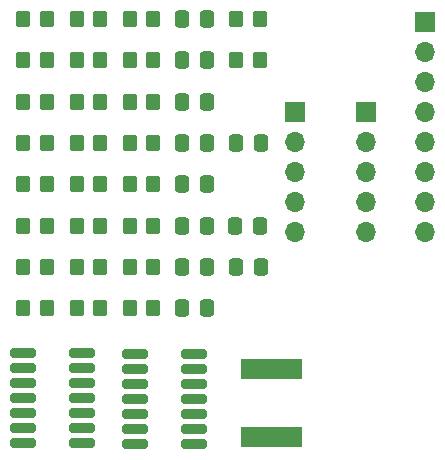
<source format=gbr>
%TF.GenerationSoftware,KiCad,Pcbnew,8.0.4*%
%TF.CreationDate,2024-08-16T22:28:16+02:00*%
%TF.ProjectId,breakout_dac,62726561-6b6f-4757-945f-6461632e6b69,1.1*%
%TF.SameCoordinates,Original*%
%TF.FileFunction,Soldermask,Top*%
%TF.FilePolarity,Negative*%
%FSLAX46Y46*%
G04 Gerber Fmt 4.6, Leading zero omitted, Abs format (unit mm)*
G04 Created by KiCad (PCBNEW 8.0.4) date 2024-08-16 22:28:16*
%MOMM*%
%LPD*%
G01*
G04 APERTURE LIST*
G04 Aperture macros list*
%AMRoundRect*
0 Rectangle with rounded corners*
0 $1 Rounding radius*
0 $2 $3 $4 $5 $6 $7 $8 $9 X,Y pos of 4 corners*
0 Add a 4 corners polygon primitive as box body*
4,1,4,$2,$3,$4,$5,$6,$7,$8,$9,$2,$3,0*
0 Add four circle primitives for the rounded corners*
1,1,$1+$1,$2,$3*
1,1,$1+$1,$4,$5*
1,1,$1+$1,$6,$7*
1,1,$1+$1,$8,$9*
0 Add four rect primitives between the rounded corners*
20,1,$1+$1,$2,$3,$4,$5,0*
20,1,$1+$1,$4,$5,$6,$7,0*
20,1,$1+$1,$6,$7,$8,$9,0*
20,1,$1+$1,$8,$9,$2,$3,0*%
G04 Aperture macros list end*
%ADD10RoundRect,0.201000X0.886000X0.201000X-0.886000X0.201000X-0.886000X-0.201000X0.886000X-0.201000X0*%
%ADD11RoundRect,0.250000X-0.350000X-0.450000X0.350000X-0.450000X0.350000X0.450000X-0.350000X0.450000X0*%
%ADD12RoundRect,0.250000X-0.337500X-0.475000X0.337500X-0.475000X0.337500X0.475000X-0.337500X0.475000X0*%
%ADD13RoundRect,0.201000X-0.886000X-0.201000X0.886000X-0.201000X0.886000X0.201000X-0.886000X0.201000X0*%
%ADD14R,1.700000X1.700000*%
%ADD15O,1.700000X1.700000*%
%ADD16RoundRect,0.076750X0.230250X-0.810250X0.230250X0.810250X-0.230250X0.810250X-0.230250X-0.810250X0*%
G04 APERTURE END LIST*
D10*
%TO.C,U1*%
X76925000Y-127500000D03*
X76925000Y-126230000D03*
X76925000Y-124960000D03*
X76925000Y-123690000D03*
X76925000Y-122420000D03*
X76925000Y-121150000D03*
X76925000Y-119880000D03*
X71975000Y-119880000D03*
X71975000Y-121150000D03*
X71975000Y-122420000D03*
X71975000Y-123690000D03*
X71975000Y-124960000D03*
X71975000Y-126230000D03*
X71975000Y-127500000D03*
%TD*%
D11*
%TO.C,R22*%
X67000000Y-105500000D03*
X69000000Y-105500000D03*
%TD*%
%TO.C,R20*%
X67000000Y-112500000D03*
X69000000Y-112500000D03*
%TD*%
D12*
%TO.C,C9*%
X75925000Y-95000000D03*
X78000000Y-95000000D03*
%TD*%
D11*
%TO.C,R19*%
X67000000Y-116000000D03*
X69000000Y-116000000D03*
%TD*%
D12*
%TO.C,C8*%
X75925000Y-91500000D03*
X78000000Y-91500000D03*
%TD*%
D11*
%TO.C,R14*%
X62500000Y-116000000D03*
X64500000Y-116000000D03*
%TD*%
D13*
%TO.C,U2*%
X62500000Y-119730000D03*
X62500000Y-121000000D03*
X62500000Y-122270000D03*
X62500000Y-123540000D03*
X62500000Y-124810000D03*
X62500000Y-126080000D03*
X62500000Y-127350000D03*
X67450000Y-127350000D03*
X67450000Y-126080000D03*
X67450000Y-124810000D03*
X67450000Y-123540000D03*
X67450000Y-122270000D03*
X67450000Y-121000000D03*
X67450000Y-119730000D03*
%TD*%
D11*
%TO.C,R18*%
X80500000Y-91500000D03*
X82500000Y-91500000D03*
%TD*%
%TO.C,R25*%
X71500000Y-112500000D03*
X73500000Y-112500000D03*
%TD*%
%TO.C,R1*%
X62500000Y-91500000D03*
X64500000Y-91500000D03*
%TD*%
D14*
%TO.C,PWRPINS_DAC1*%
X85500000Y-99340000D03*
D15*
X85500000Y-101880000D03*
X85500000Y-104420000D03*
X85500000Y-106960000D03*
X85500000Y-109500000D03*
%TD*%
D12*
%TO.C,C2*%
X75925000Y-112500000D03*
X78000000Y-112500000D03*
%TD*%
%TO.C,C10*%
X75925000Y-98500000D03*
X78000000Y-98500000D03*
%TD*%
D11*
%TO.C,R17*%
X80500000Y-95000000D03*
X82500000Y-95000000D03*
%TD*%
%TO.C,R8*%
X67000000Y-102000000D03*
X69000000Y-102000000D03*
%TD*%
%TO.C,R24*%
X71500000Y-102000000D03*
X73500000Y-102000000D03*
%TD*%
%TO.C,R5*%
X67000000Y-91500000D03*
X69000000Y-91500000D03*
%TD*%
D12*
%TO.C,C1*%
X75925000Y-116000000D03*
X78000000Y-116000000D03*
%TD*%
D11*
%TO.C,R7*%
X67000000Y-98500000D03*
X69000000Y-98500000D03*
%TD*%
%TO.C,R26*%
X71500000Y-116000000D03*
X73500000Y-116000000D03*
%TD*%
%TO.C,R4*%
X62500000Y-102000000D03*
X64500000Y-102000000D03*
%TD*%
%TO.C,R9*%
X71500000Y-91500000D03*
X73500000Y-91500000D03*
%TD*%
%TO.C,R16*%
X62500000Y-109000000D03*
X64500000Y-109000000D03*
%TD*%
%TO.C,R12*%
X71500000Y-109000000D03*
X73500000Y-109000000D03*
%TD*%
%TO.C,R13*%
X62500000Y-112500000D03*
X64500000Y-112500000D03*
%TD*%
%TO.C,R3*%
X62500000Y-98500000D03*
X64500000Y-98500000D03*
%TD*%
%TO.C,R2*%
X62500000Y-95000000D03*
X64500000Y-95000000D03*
%TD*%
D12*
%TO.C,C4*%
X75925000Y-105500000D03*
X78000000Y-105500000D03*
%TD*%
%TO.C,C6*%
X80500000Y-102000000D03*
X82575000Y-102000000D03*
%TD*%
%TO.C,C11*%
X75925000Y-102000000D03*
X78000000Y-102000000D03*
%TD*%
%TO.C,C7*%
X80425000Y-109000000D03*
X82500000Y-109000000D03*
%TD*%
D11*
%TO.C,R10*%
X71500000Y-95000000D03*
X73500000Y-95000000D03*
%TD*%
%TO.C,R15*%
X62500000Y-105500000D03*
X64500000Y-105500000D03*
%TD*%
D16*
%TO.C,U3*%
X81225000Y-126870000D03*
X81875000Y-126870000D03*
X82525000Y-126870000D03*
X83175000Y-126870000D03*
X83825000Y-126870000D03*
X84475000Y-126870000D03*
X85125000Y-126870000D03*
X85775000Y-126870000D03*
X85775000Y-121130000D03*
X85125000Y-121130000D03*
X84475000Y-121130000D03*
X83825000Y-121130000D03*
X83175000Y-121130000D03*
X82525000Y-121130000D03*
X81875000Y-121130000D03*
X81225000Y-121130000D03*
%TD*%
D14*
%TO.C,VOUT_DAC1*%
X96500000Y-91720000D03*
D15*
X96500000Y-94260000D03*
X96500000Y-96800000D03*
X96500000Y-99340000D03*
X96500000Y-101880000D03*
X96500000Y-104420000D03*
X96500000Y-106960000D03*
X96500000Y-109500000D03*
%TD*%
D11*
%TO.C,R21*%
X67000000Y-109000000D03*
X69000000Y-109000000D03*
%TD*%
%TO.C,R6*%
X67000000Y-95000000D03*
X69000000Y-95000000D03*
%TD*%
D12*
%TO.C,C5*%
X80500000Y-112500000D03*
X82575000Y-112500000D03*
%TD*%
D11*
%TO.C,R23*%
X71500000Y-98500000D03*
X73500000Y-98500000D03*
%TD*%
D14*
%TO.C,SPIPINS_DAC1*%
X91500000Y-99340000D03*
D15*
X91500000Y-101880000D03*
X91500000Y-104420000D03*
X91500000Y-106960000D03*
X91500000Y-109500000D03*
%TD*%
D11*
%TO.C,R11*%
X71500000Y-105500000D03*
X73500000Y-105500000D03*
%TD*%
D12*
%TO.C,C3*%
X75925000Y-109000000D03*
X78000000Y-109000000D03*
%TD*%
M02*

</source>
